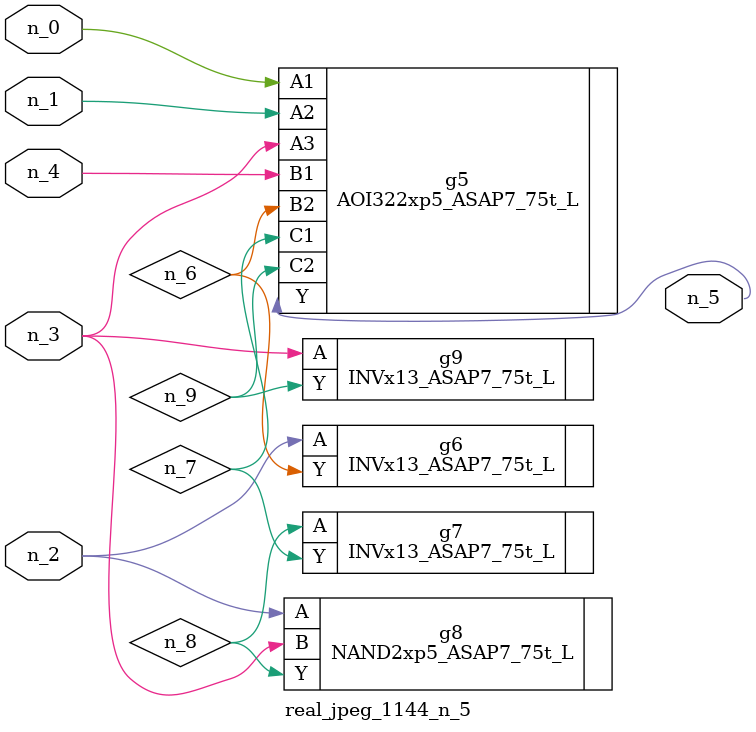
<source format=v>
module real_jpeg_1144_n_5 (n_4, n_0, n_1, n_2, n_3, n_5);

input n_4;
input n_0;
input n_1;
input n_2;
input n_3;

output n_5;

wire n_8;
wire n_6;
wire n_7;
wire n_9;

AOI322xp5_ASAP7_75t_L g5 ( 
.A1(n_0),
.A2(n_1),
.A3(n_3),
.B1(n_4),
.B2(n_6),
.C1(n_7),
.C2(n_9),
.Y(n_5)
);

INVx13_ASAP7_75t_L g6 ( 
.A(n_2),
.Y(n_6)
);

NAND2xp5_ASAP7_75t_L g8 ( 
.A(n_2),
.B(n_3),
.Y(n_8)
);

INVx13_ASAP7_75t_L g9 ( 
.A(n_3),
.Y(n_9)
);

INVx13_ASAP7_75t_L g7 ( 
.A(n_8),
.Y(n_7)
);


endmodule
</source>
